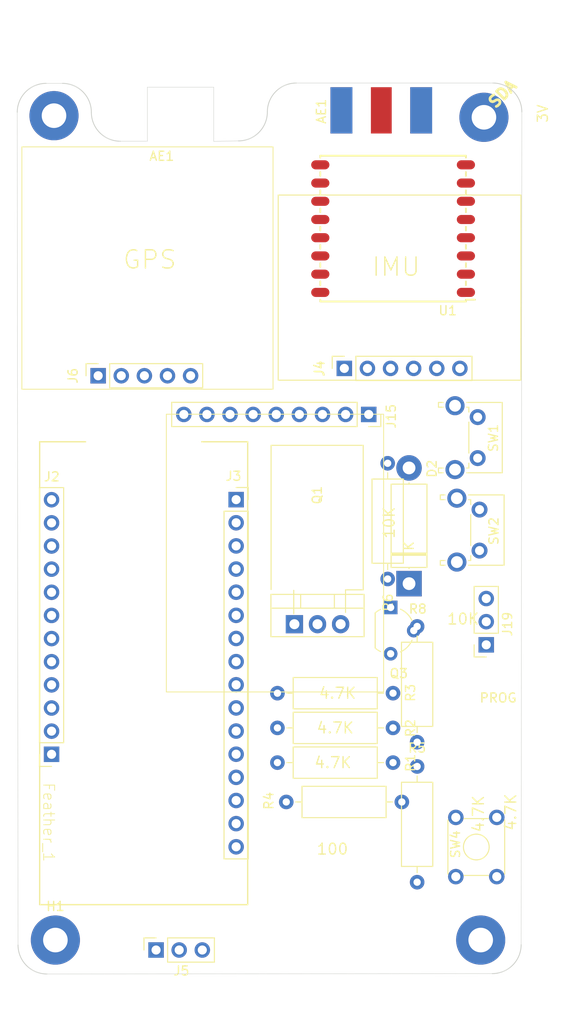
<source format=kicad_pcb>
(kicad_pcb (version 20211014) (generator pcbnew)
  (layers (0 "F.Cu" signal) (31 "B.Cu" signal) (34 "B.Paste" user) (35 "F.Paste" user) (36 "B.SilkS" user "B.Silkscreen") (37 "F.SilkS" user "F.Silkscreen") (38 "B.Mask" user) (39 "F.Mask" user) (44 "Edge.Cuts" user))
  (net 0 "")
  (net 1 "+3V3")
  (net 2 "GND")
  (net 3 "SDA")
  (net 4 "SCL")
  (net 5 "TX_D1")
  (net 6 "RX_D0")
  (net 7 "MISO")
  (net 8 "MOSI")
  (net 9 "SCK")
  (net 10 "A5")
  (net 11 "A4")
  (net 12 "A3")
  (net 13 "A2")
  (net 14 "A1")
  (net 15 "A0")
  (net 16 "AREF")
  (net 17 "~{RESET}")
  (net 18 "VBAT")
  (net 19 "VBUS")
  (net 20 "D13")
  (net 21 "D12")
  (net 22 "D11")
  (net 23 "D10")
  (net 24 "D9")
  (net 25 "EN")
  (net 26 "D5")
  (net 27 "D6")
  (net 28 "DW")
  (net 29 "POWER_1")
  (net 30 "Net-(J19-Pad2)")
  (net 31 "Net-(D2-Pad2)")
  (net 32 "Net-(Q3-Pad2)")
  (net 33 "VBAT_EXT")
  (net 35 "EMD")
  (net 36 "DISP")
  (net 37 "EIN")
  (footprint "MountingHole:MountingHole_2.7mm_M2.5_Pad" (layer "F.Cu") (at 45.3136 40.0812)
    (fp_text reference "H6" hide)
    (fp_text value "MountingHole_Pad")
    (pad "1" thru_hole circle locked (at 0 0) (size 5.4 5.4) (drill 2.7) (layers *.Cu *.Mask) (net 4 "SCL"))
  )
  (footprint "Button_Switch_THT:SW_TH_Tactile_Omron_B3F-10xx" (layer "F.Cu") (at 89.4694 123.5952 90)
    (fp_text reference "SW4" (at 3.55 -0.044 90) (layer "F.SilkS"))
    (fp_text value "SW_Push_Dual")
    (fp_line (start 0.28 -0.87) (end 6.22 -0.87) (layer "F.SilkS") (width 0.12))
    (fp_line (start 0.13 3.59) (end 0.13 0.91) (layer "F.SilkS") (width 0.12))
    (fp_line (start 6.37 0.91) (end 6.37 3.59) (layer "F.SilkS") (width 0.12))
    (fp_line (start 0.28 5.37) (end 6.22 5.37) (layer "F.SilkS") (width 0.12))
    (fp_circle (center 3.25 2.25) (end 4.25 3.25) (layer "F.SilkS") (width 0.12) (fill none))
    (pad "1" thru_hole circle locked (at 0 0 90) (size 1.7 1.7) (drill 1) (layers *.Cu *.Mask) (net 17 "~{RESET}"))
    (pad "2" thru_hole circle locked (at 6.5 0 90) (size 1.7 1.7) (drill 1) (layers *.Cu *.Mask) (net 17 "~{RESET}"))
    (pad "3" thru_hole circle locked (at 0 4.5 90) (size 1.7 1.7) (drill 1) (layers *.Cu *.Mask) (net 2 "GND"))
    (pad "4" thru_hole circle locked (at 6.5 4.5 90) (size 1.7 1.7) (drill 1) (layers *.Cu *.Mask) (net 2 "GND"))
  )
  (footprint "Connector_PinSocket_2.54mm:PinSocket_1x12_P2.54mm_Vertical" (layer "F.Cu") (at 45.0448 110.1698 180)
    (fp_text reference "J2" (at -0.027 30.463) (layer "F.SilkS"))
    (fp_text value "Conn_01x12_Female" hide)
    (fp_line (start 1.33 1.27) (end 1.33 29.27) (layer "F.SilkS") (width 0.12))
    (fp_line (start -1.33 29.27) (end 1.33 29.27) (layer "F.SilkS") (width 0.12))
    (fp_line (start 1.33 -1.33) (end 1.33 0) (layer "F.SilkS") (width 0.12))
    (fp_line (start 0 -1.33) (end 1.33 -1.33) (layer "F.SilkS") (width 0.12))
    (fp_line (start -1.33 1.27) (end 1.33 1.27) (layer "F.SilkS") (width 0.12))
    (fp_line (start -1.33 1.27) (end -1.33 29.27) (layer "F.SilkS") (width 0.12))
    (pad "1" thru_hole rect locked (at 0 0 180) (size 1.7 1.7) (drill 1) (layers *.Cu *.Mask) (net 18 "VBAT"))
    (pad "2" thru_hole oval locked (at 0 2.54 180) (size 1.7 1.7) (drill 1) (layers *.Cu *.Mask) (net 25 "EN"))
    (pad "3" thru_hole oval locked (at 0 5.08 180) (size 1.7 1.7) (drill 1) (layers *.Cu *.Mask) (net 19 "VBUS"))
    (pad "4" thru_hole oval locked (at 0 7.62 180) (size 1.7 1.7) (drill 1) (layers *.Cu *.Mask) (net 20 "D13"))
    (pad "5" thru_hole oval locked (at 0 10.16 180) (size 1.7 1.7) (drill 1) (layers *.Cu *.Mask) (net 21 "D12"))
    (pad "6" thru_hole oval locked (at 0 12.7 180) (size 1.7 1.7) (drill 1) (layers *.Cu *.Mask) (net 22 "D11"))
    (pad "7" thru_hole oval locked (at 0 15.24 180) (size 1.7 1.7) (drill 1) (layers *.Cu *.Mask) (net 23 "D10"))
    (pad "8" thru_hole oval locked (at 0 17.78 180) (size 1.7 1.7) (drill 1) (layers *.Cu *.Mask) (net 24 "D9"))
    (pad "9" thru_hole oval locked (at 0 20.32 180) (size 1.7 1.7) (drill 1) (layers *.Cu *.Mask) (net 27 "D6"))
    (pad "10" thru_hole oval locked (at 0 22.86 180) (size 1.7 1.7) (drill 1) (layers *.Cu *.Mask) (net 26 "D5"))
    (pad "11" thru_hole oval locked (at 0 25.4 180) (size 1.7 1.7) (drill 1) (layers *.Cu *.Mask) (net 4 "SCL"))
    (pad "12" thru_hole oval locked (at 0 27.94 180) (size 1.7 1.7) (drill 1) (layers *.Cu *.Mask) (net 3 "SDA"))
  )
  (footprint "Connector_PinSocket_2.54mm:PinSocket_1x16_P2.54mm_Vertical" (layer "F.Cu") (at 65.3288 82.2198)
    (fp_text reference "J3" (at -0.287 -2.573) (layer "F.SilkS"))
    (fp_text value "Conn_01x16_Female" hide)
    (fp_line (start -1.33 39.43) (end 1.33 39.43) (layer "F.SilkS") (width 0.12))
    (fp_line (start -1.33 1.27) (end 1.33 1.27) (layer "F.SilkS") (width 0.12))
    (fp_line (start 1.33 1.27) (end 1.33 39.43) (layer "F.SilkS") (width 0.12))
    (fp_line (start 0 -1.33) (end 1.33 -1.33) (layer "F.SilkS") (width 0.12))
    (fp_line (start -1.33 1.27) (end -1.33 39.43) (layer "F.SilkS") (width 0.12))
    (fp_line (start 1.33 -1.33) (end 1.33 0) (layer "F.SilkS") (width 0.12))
    (pad "1" thru_hole rect locked (at 0 0) (size 1.7 1.7) (drill 1) (layers *.Cu *.Mask) (net 28 "DW"))
    (pad "2" thru_hole oval locked (at 0 2.54) (size 1.7 1.7) (drill 1) (layers *.Cu *.Mask) (net 5 "TX_D1"))
    (pad "3" thru_hole oval locked (at 0 5.08) (size 1.7 1.7) (drill 1) (layers *.Cu *.Mask) (net 6 "RX_D0"))
    (pad "4" thru_hole oval locked (at 0 7.62) (size 1.7 1.7) (drill 1) (layers *.Cu *.Mask) (net 7 "MISO"))
    (pad "5" thru_hole oval locked (at 0 10.16) (size 1.7 1.7) (drill 1) (layers *.Cu *.Mask) (net 8 "MOSI"))
    (pad "6" thru_hole oval locked (at 0 12.7) (size 1.7 1.7) (drill 1) (layers *.Cu *.Mask) (net 9 "SCK"))
    (pad "7" thru_hole oval locked (at 0 15.24) (size 1.7 1.7) (drill 1) (layers *.Cu *.Mask) (net 10 "A5"))
    (pad "8" thru_hole oval locked (at 0 17.78) (size 1.7 1.7) (drill 1) (layers *.Cu *.Mask) (net 11 "A4"))
    (pad "9" thru_hole oval locked (at 0 20.32) (size 1.7 1.7) (drill 1) (layers *.Cu *.Mask) (net 12 "A3"))
    (pad "10" thru_hole oval locked (at 0 22.86) (size 1.7 1.7) (drill 1) (layers *.Cu *.Mask) (net 13 "A2"))
    (pad "11" thru_hole oval locked (at 0 25.4) (size 1.7 1.7) (drill 1) (layers *.Cu *.Mask) (net 14 "A1"))
    (pad "12" thru_hole oval locked (at 0 27.94) (size 1.7 1.7) (drill 1) (layers *.Cu *.Mask) (net 15 "A0"))
    (pad "13" thru_hole oval locked (at 0 30.48) (size 1.7 1.7) (drill 1) (layers *.Cu *.Mask) (net 2 "GND"))
    (pad "14" thru_hole oval locked (at 0 33.02) (size 1.7 1.7) (drill 1) (layers *.Cu *.Mask) (net 16 "AREF"))
    (pad "15" thru_hole oval locked (at 0 35.56) (size 1.7 1.7) (drill 1) (layers *.Cu *.Mask) (net 1 "+3V3"))
    (pad "16" thru_hole oval locked (at 0 38.1) (size 1.7 1.7) (drill 1) (layers *.Cu *.Mask) (net 17 "~{RESET}"))
  )
  (footprint "MountingHole:MountingHole_2.7mm_M2.5_Pad" (layer "F.Cu") (at 92.202 130.556)
    (fp_text reference "H2" hide)
    (fp_text value "MountingHole_Pad")
    (pad "1" thru_hole circle locked (at 0 0) (size 5.4 5.4) (drill 2.7) (layers *.Cu *.Mask) (net 1 "+3V3"))
  )
  (footprint "Connector_PinSocket_2.54mm:PinSocket_1x03_P2.54mm_Vertical" (layer "F.Cu") (at 92.812 98.156 180)
    (fp_text reference "J19" (at -2.33 2.28 270) (layer "F.SilkS"))
    (fp_text value "Conn_01x03_Female")
    (fp_line (start -1.33 6.41) (end 1.33 6.41) (layer "F.SilkS") (width 0.12))
    (fp_line (start -1.33 1.27) (end 1.33 1.27) (layer "F.SilkS") (width 0.12))
    (fp_line (start 1.33 -1.33) (end 1.33 0) (layer "F.SilkS") (width 0.12))
    (fp_line (start -1.33 1.27) (end -1.33 6.41) (layer "F.SilkS") (width 0.12))
    (fp_line (start 1.33 1.27) (end 1.33 6.41) (layer "F.SilkS") (width 0.12))
    (fp_line (start 0 -1.33) (end 1.33 -1.33) (layer "F.SilkS") (width 0.12))
    (pad "1" thru_hole rect locked (at 0 0 180) (size 1.7 1.7) (drill 1) (layers *.Cu *.Mask))
    (pad "2" thru_hole oval locked (at 0 2.54 180) (size 1.7 1.7) (drill 1) (layers *.Cu *.Mask) (net 30 "Net-(J19-Pad2)"))
    (pad "3" thru_hole oval locked (at 0 5.08 180) (size 1.7 1.7) (drill 1) (layers *.Cu *.Mask) (net 12 "A3"))
  )
  (footprint "Button_Switch_THT:SW_Tactile_SPST_Angled_PTS645Vx58-2LFS" (layer "F.Cu") (at 91.8705 73.163 -90)
    (fp_text reference "SW1" (at 2.3 -1.72 90) (layer "F.SilkS"))
    (fp_text value "SW_Push")
    (fp_line (start 6.11 -2.7) (end 6.11 1.2) (layer "F.SilkS") (width 0.12))
    (fp_line (start -1.09 3.8) (end -1.09 4.31) (layer "F.SilkS") (width 0.12))
    (fp_line (start 5.59 3.8) (end 5.59 4.31) (layer "F.SilkS") (width 0.12))
    (fp_line (start -1.61 -2.7) (end 6.11 -2.7) (layer "F.SilkS") (width 0.12))
    (fp_line (start 6.11 3.8) (end 6.11 4.31) (layer "F.SilkS") (width 0.12))
    (fp_line (start -1.61 4.31) (end -1.09 4.31) (layer "F.SilkS") (width 0.12))
    (fp_line (start -1.09 0.97) (end -0.55 0.97) (layer "F.SilkS") (width 0.12))
    (fp_line (start 5.05 0.97) (end 5.59 0.97) (layer "F.SilkS") (width 0.12))
    (fp_line (start 0.55 0.97) (end 3.95 0.97) (layer "F.SilkS") (width 0.12))
    (fp_line (start -1.61 3.8) (end -1.61 4.31) (layer "F.SilkS") (width 0.12))
    (fp_line (start 5.59 0.97) (end 5.59 1.2) (layer "F.SilkS") (width 0.12))
    (fp_line (start 5.59 4.31) (end 6.11 4.31) (layer "F.SilkS") (width 0.12))
    (fp_line (start -1.09 0.97) (end -1.09 1.2) (layer "F.SilkS") (width 0.12))
    (fp_line (start -1.61 -2.7) (end -1.61 1.2) (layer "F.SilkS") (width 0.12))
    (pad "" thru_hole circle locked (at -1.25 2.49 270) (size 2.1 2.1) (drill 1.3) (layers *.Cu *.Mask))
    (pad "" thru_hole circle locked (at 5.76 2.49 270) (size 2.1 2.1) (drill 1.3) (layers *.Cu *.Mask))
    (pad "1" thru_hole circle locked (at 0 0 270) (size 1.75 1.75) (drill 0.99) (layers *.Cu *.Mask) (net 11 "A4"))
    (pad "2" thru_hole circle locked (at 4.5 0 270) (size 1.75 1.75) (drill 0.99) (layers *.Cu *.Mask) (net 2 "GND"))
  )
  (footprint "Connector_PinSocket_2.54mm:PinSocket_1x03_P2.54mm_Vertical" (layer "F.Cu") (at 56.53 131.6486 90)
    (fp_text reference "J5" (at -2.286 2.794) (layer "F.SilkS"))
    (fp_text value "Conn_01x03_Female")
    (fp_line (start -1.33 1.27) (end 1.33 1.27) (layer "F.SilkS") (width 0.12))
    (fp_line (start 0 -1.33) (end 1.33 -1.33) (layer "F.SilkS") (width 0.12))
    (fp_line (start 1.33 1.27) (end 1.33 6.41) (layer "F.SilkS") (width 0.12))
    (fp_line (start 1.33 -1.33) (end 1.33 0) (layer "F.SilkS") (width 0.12))
    (fp_line (start -1.33 1.27) (end -1.33 6.41) (layer "F.SilkS") (width 0.12))
    (fp_line (start -1.33 6.41) (end 1.33 6.41) (layer "F.SilkS") (width 0.12))
    (pad "1" thru_hole rect locked (at 0 0 90) (size 1.7 1.7) (drill 1) (layers *.Cu *.Mask) (net 2 "GND"))
    (pad "2" thru_hole oval locked (at 0 2.54 90) (size 1.7 1.7) (drill 1) (layers *.Cu *.Mask) (net 18 "VBAT"))
    (pad "3" thru_hole oval locked (at 0 5.08 90) (size 1.7 1.7) (drill 1) (layers *.Cu *.Mask) (net 33 "VBAT_EXT"))
  )
  (footprint "Button_Switch_THT:SW_Tactile_SPST_Angled_PTS645Vx58-2LFS" (layer "F.Cu") (at 92.075 83.312 -90)
    (fp_text reference "SW2" (at 2.36 -1.57 90) (layer "F.SilkS"))
    (fp_text value "SW_Push")
    (fp_line (start -1.61 -2.7) (end 6.11 -2.7) (layer "F.SilkS") (width 0.12))
    (fp_line (start 5.05 0.97) (end 5.59 0.97) (layer "F.SilkS") (width 0.12))
    (fp_line (start -1.61 -2.7) (end -1.61 1.2) (layer "F.SilkS") (width 0.12))
    (fp_line (start 5.59 0.97) (end 5.59 1.2) (layer "F.SilkS") (width 0.12))
    (fp_line (start 6.11 3.8) (end 6.11 4.31) (layer "F.SilkS") (width 0.12))
    (fp_line (start -1.61 4.31) (end -1.09 4.31) (layer "F.SilkS") (width 0.12))
    (fp_line (start -1.61 3.8) (end -1.61 4.31) (layer "F.SilkS") (width 0.12))
    (fp_line (start -1.09 3.8) (end -1.09 4.31) (layer "F.SilkS") (width 0.12))
    (fp_line (start 5.59 4.31) (end 6.11 4.31) (layer "F.SilkS") (width 0.12))
    (fp_line (start -1.09 0.97) (end -1.09 1.2) (layer "F.SilkS") (width 0.12))
    (fp_line (start 0.55 0.97) (end 3.95 0.97) (layer "F.SilkS") (width 0.12))
    (fp_line (start 6.11 -2.7) (end 6.11 1.2) (layer "F.SilkS") (width 0.12))
    (fp_line (start -1.09 0.97) (end -0.55 0.97) (layer "F.SilkS") (width 0.12))
    (fp_line (start 5.59 3.8) (end 5.59 4.31) (layer "F.SilkS") (width 0.12))
    (pad "" thru_hole circle locked (at 5.76 2.49 270) (size 2.1 2.1) (drill 1.3) (layers *.Cu *.Mask))
    (pad "" thru_hole circle locked (at -1.25 2.49 270) (size 2.1 2.1) (drill 1.3) (layers *.Cu *.Mask))
    (pad "1" thru_hole circle locked (at 0 0 270) (size 1.75 1.75) (drill 0.99) (layers *.Cu *.Mask) (net 10 "A5"))
    (pad "2" thru_hole circle locked (at 4.5 0 270) (size 1.75 1.75) (drill 0.99) (layers *.Cu *.Mask) (net 2 "GND"))
  )
  (footprint "Resistor_THT:R_Axial_DIN0309_L9.0mm_D3.2mm_P12.70mm_Horizontal" (layer "F.Cu") (at 85.217 111.506 -90)
    (fp_text reference "R5" (at -2.032 0) (layer "F.SilkS"))
    (fp_text value "R")
    (fp_line (start 10.97 -1.72) (end 1.73 -1.72) (layer "F.SilkS") (width 0.12))
    (fp_line (start 1.73 -1.72) (end 1.73 1.72) (layer "F.SilkS") (width 0.12))
    (fp_line (start 1.04 0) (end 1.73 0) (layer "F.SilkS") (width 0.12))
    (fp_line (start 11.66 0) (end 10.97 0) (layer "F.SilkS") (width 0.12))
    (fp_line (start 1.73 1.72) (end 10.97 1.72) (layer "F.SilkS") (width 0.12))
    (fp_line (start 10.97 1.72) (end 10.97 -1.72) (layer "F.SilkS") (width 0.12))
    (pad "1" thru_hole circle locked (at 0 0 270) (size 1.6 1.6) (drill 0.8) (layers *.Cu *.Mask) (net 30 "Net-(J19-Pad2)"))
    (pad "2" thru_hole oval locked (at 12.7 0 270) (size 1.6 1.6) (drill 0.8) (layers *.Cu *.Mask) (net 2 "GND"))
  )
  (footprint "Package_TO_SOT_THT:TO-220-3_Vertical" (layer "F.Cu") (at 71.7296 95.8902)
    (fp_text reference "Q1" (at 2.5 -14.16 90) (layer "F.SilkS"))
    (fp_text value "Q_NMOS_GDS")
    (fp_line (start -2.58 -3.27) (end 7.66 -3.27) (layer "F.SilkS") (width 0.12))
    (fp_line (start 4.391 -3.27) (end 4.391 -1.76) (layer "F.SilkS") (width 0.12))
    (fp_line (start -2.58 1.371) (end 7.66 1.371) (layer "F.SilkS") (width 0.12))
    (fp_line (start -2.58 -3.27) (end -2.58 1.371) (layer "F.SilkS") (width 0.12))
    (fp_line (start 0.69 -3.27) (end 0.69 -1.76) (layer "F.SilkS") (width 0.12))
    (fp_line (start -2.58 -1.76) (end 7.66 -1.76) (layer "F.SilkS") (width 0.12))
    (fp_line (start 7.66 -3.27) (end 7.66 1.371) (layer "F.SilkS") (width 0.12))
    (pad "1" thru_hole rect locked (at 0 0) (size 1.905 2) (drill 1.1) (layers *.Cu *.Mask) (net 24 "D9"))
    (pad "2" thru_hole oval locked (at 2.54 0) (size 1.905 2) (drill 1.1) (layers *.Cu *.Mask) (net 29 "POWER_1"))
    (pad "3" thru_hole oval locked (at 5.08 0) (size 1.905 2) (drill 1.1) (layers *.Cu *.Mask) (net 2 "GND"))
  )
  (footprint "MountingHole:MountingHole_2.7mm_M2.5_Pad" (layer "F.Cu") (at 92.3976 40.239)
    (fp_text reference "H5" hide)
    (fp_text value "MountingHole_Pad")
    (pad "1" thru_hole circle locked (at 0.16 0.02) (size 5.4 5.4) (drill 2.7) (layers *.Cu *.Mask) (net 3 "SDA"))
  )
  (footprint "Resistor_THT:R_Axial_DIN0309_L9.0mm_D3.2mm_P12.70mm_Horizontal" (layer "F.Cu") (at 82.5656 111.0822 180)
    (fp_text reference "R1" (at -1.92 -0.03 90) (layer "F.SilkS"))
    (fp_text value "4.7K")
    (fp_line (start 1.04 0) (end 1.73 0) (layer "F.SilkS") (width 0.12))
    (fp_line (start 11.66 0) (end 10.97 0) (layer "F.SilkS") (width 0.12))
    (fp_line (start 10.97 -1.72) (end 1.73 -1.72) (layer "F.SilkS") (width 0.12))
    (fp_line (start 1.73 -1.72) (end 1.73 1.72) (layer "F.SilkS") (width 0.12))
    (fp_line (start 10.97 1.72) (end 10.97 -1.72) (layer "F.SilkS") (width 0.12))
    (fp_line (start 1.73 1.72) (end 10.97 1.72) (layer "F.SilkS") (width 0.12))
    (pad "1" thru_hole circle locked (at 0 0 180) (size 1.6 1.6) (drill 0.8) (layers *.Cu *.Mask) (net 1 "+3V3"))
    (pad "2" thru_hole oval locked (at 12.7 0 180) (size 1.6 1.6) (drill 0.8) (layers *.Cu *.Mask) (net 3 "SDA"))
  )
  (footprint "Resistor_THT:R_Axial_DIN0309_L9.0mm_D3.2mm_P12.70mm_Horizontal" (layer "F.Cu") (at 82.5656 107.2722 180)
    (fp_text reference "R2" (at -1.92 -0.03 90) (layer "F.SilkS"))
    (fp_text value "4.7K")
    (fp_line (start 1.73 1.72) (end 10.97 1.72) (layer "F.SilkS") (width 0.12))
    (fp_line (start 11.66 0) (end 10.97 0) (layer "F.SilkS") (width 0.12))
    (fp_line (start 10.97 -1.72) (end 1.73 -1.72) (layer "F.SilkS") (width 0.12))
    (fp_line (start 10.97 1.72) (end 10.97 -1.72) (layer "F.SilkS") (width 0.12))
    (fp_line (start 1.73 -1.72) (end 1.73 1.72) (layer "F.SilkS") (width 0.12))
    (fp_line (start 1.04 0) (end 1.73 0) (layer "F.SilkS") (width 0.12))
    (pad "1" thru_hole circle locked (at 0 0 180) (size 1.6 1.6) (drill 0.8) (layers *.Cu *.Mask) (net 1 "+3V3"))
    (pad "2" thru_hole oval locked (at 12.7 0 180) (size 1.6 1.6) (drill 0.8) (layers *.Cu *.Mask) (net 4 "SCL"))
  )
  (footprint "Resistor_THT:R_Axial_DIN0309_L9.0mm_D3.2mm_P12.70mm_Horizontal" (layer "F.Cu") (at 82.5656 103.4622 180)
    (fp_text reference "R3" (at -1.92 0.04 90) (layer "F.SilkS"))
    (fp_text value "4.7K")
    (fp_line (start 10.97 1.72) (end 10.97 -1.72) (layer "F.SilkS") (width 0.12))
    (fp_line (start 1.73 1.72) (end 10.97 1.72) (layer "F.SilkS") (width 0.12))
    (fp_line (start 11.66 0) (end 10.97 0) (layer "F.SilkS") (width 0.12))
    (fp_line (start 10.97 -1.72) (end 1.73 -1.72) (layer "F.SilkS") (width 0.12))
    (fp_line (start 1.04 0) (end 1.73 0) (layer "F.SilkS") (width 0.12))
    (fp_line (start 1.73 -1.72) (end 1.73 1.72) (layer "F.SilkS") (width 0.12))
    (pad "1" thru_hole circle locked (at 0 0 180) (size 1.6 1.6) (drill 0.8) (layers *.Cu *.Mask) (net 1 "+3V3"))
    (pad "2" thru_hole oval locked (at 12.7 0 180) (size 1.6 1.6) (drill 0.8) (layers *.Cu *.Mask) (net 10 "A5"))
  )
  (footprint "Resistor_THT:R_Axial_DIN0309_L9.0mm_D3.2mm_P12.70mm_Horizontal" (layer "F.Cu") (at 70.8366 115.4002)
    (fp_text reference "R4" (at -1.92 -0.13 90) (layer "F.SilkS"))
    (fp_text value "4.7K")
    (fp_line (start 1.04 0) (end 1.73 0) (layer "F.SilkS") (width 0.12))
    (fp_line (start 10.97 1.72) (end 10.97 -1.72) (layer "F.SilkS") (width 0.12))
    (fp_line (start 10.97 -1.72) (end 1.73 -1.72) (layer "F.SilkS") (width 0.12))
    (fp_line (start 1.73 -1.72) (end 1.73 1.72) (layer "F.SilkS") (width 0.12))
    (fp_line (start 1.73 1.72) (end 10.97 1.72) (layer "F.SilkS") (width 0.12))
    (fp_line (start 11.66 0) (end 10.97 0) (layer "F.SilkS") (width 0.12))
    (pad "1" thru_hole circle locked (at 0 0) (size 1.6 1.6) (drill 0.8) (layers *.Cu *.Mask) (net 1 "+3V3"))
    (pad "2" thru_hole oval locked (at 12.7 0) (size 1.6 1.6) (drill 0.8) (layers *.Cu *.Mask) (net 11 "A4"))
  )
  (footprint "Resistor_THT:R_Axial_DIN0309_L9.0mm_D3.2mm_P12.70mm_Horizontal" (layer "F.Cu") (at 81.9796 90.9302 90)
    (fp_text reference "R6" (at -2.58 0.05 90) (layer "F.SilkS"))
    (fp_text value "10K")
    (fp_line (start 1.04 0) (end 1.73 0) (layer "F.SilkS") (width 0.12))
    (fp_line (start 10.97 1.72) (end 10.97 -1.72) (layer "F.SilkS") (width 0.12))
    (fp_line (start 1.73 1.72) (end 10.97 1.72) (layer "F.SilkS") (width 0.12))
    (fp_line (start 1.73 -1.72) (end 1.73 1.72) (layer "F.SilkS") (width 0.12))
    (fp_line (start 10.97 -1.72) (end 1.73 -1.72) (layer "F.SilkS") (width 0.12))
    (fp_line (start 11.66 0) (end 10.97 0) (layer "F.SilkS") (width 0.12))
    (pad "1" thru_hole circle locked (at 0 0 90) (size 1.6 1.6) (drill 0.8) (layers *.Cu *.Mask) (net 24 "D9"))
    (pad "2" thru_hole oval locked (at 12.7 0 90) (size 1.6 1.6) (drill 0.8) (layers *.Cu *.Mask) (net 2 "GND"))
  )
  (footprint "Connector_PinSocket_2.54mm:PinSocket_1x09_P2.54mm_Vertical" (layer "F.Cu") (at 79.897 72.8722 -90)
    (fp_text reference "J15" (at 0.195 -2.465 90) (layer "F.SilkS"))
    (fp_text value "Conn_01x09_Female" hide)
    (fp_line (start 1.33 -1.33) (end 1.33 0) (layer "F.SilkS") (width 0.12))
    (fp_line (start -1.33 21.65) (end 1.33 21.65) (layer "F.SilkS") (width 0.12))
    (fp_line (start -1.33 1.27) (end -1.33 21.65) (layer "F.SilkS") (width 0.12))
    (fp_line (start -1.33 1.27) (end 1.33 1.27) (layer "F.SilkS") (width 0.12))
    (fp_line (start 0 -1.33) (end 1.33 -1.33) (layer "F.SilkS") (width 0.12))
    (fp_line (start 1.33 1.27) (end 1.33 21.65) (layer "F.SilkS") (width 0.12))
    (pad "1" thru_hole rect locked (at 0 0 270) (size 1.7 1.7) (drill 1) (layers *.Cu *.Mask) (net 1 "+3V3"))
    (pad "2" thru_hole oval locked (at 0 2.54 270) (size 1.7 1.7) (drill 1) (layers *.Cu *.Mask))
    (pad "3" thru_hole oval locked (at 0 5.08 270) (size 1.7 1.7) (drill 1) (layers *.Cu *.Mask) (net 2 "GND"))
    (pad "4" thru_hole oval locked (at 0 7.62 270) (size 1.7 1.7) (drill 1) (layers *.Cu *.Mask) (net 9 "SCK"))
    (pad "5" thru_hole oval locked (at 0 10.16 270) (size 1.7 1.7) (drill 1) (layers *.Cu *.Mask) (net 8 "MOSI"))
    (pad "6" thru_hole oval locked (at 0 12.7 270) (size 1.7 1.7) (drill 1) (layers *.Cu *.Mask) (net 26 "D5"))
    (pad "7" thru_hole oval locked (at 0 15.24 270) (size 1.7 1.7) (drill 1) (layers *.Cu *.Mask) (net 35 "EMD"))
    (pad "8" thru_hole oval locked (at 0 17.78 270) (size 1.7 1.7) (drill 1) (layers *.Cu *.Mask) (net 36 "DISP"))
    (pad "9" thru_hole oval locked (at 0 20.32 270) (size 1.7 1.7) (drill 1) (layers *.Cu *.Mask) (net 37 "EIN"))
  )
  (footprint "Package_TO_SOT_THT:TO-92L_Wide" (layer "F.Cu") (at 82.3056 94.0542 -90)
    (fp_text reference "Q3" (at 7.25 -0.89) (layer "F.SilkS"))
    (fp_text value "Q_NPN_EBC")
    (fp_line (start 0.6 1.7) (end 4.45 1.7) (layer "F.SilkS") (width 0.12))
    (fp_arc (start 0.192226 -1.094786) (mid 0.710119 -1.833613) (end 1.45 -2.35) (layer "F.SilkS") (width 0.12))
    (fp_arc (start 3.6 -2.35) (mid 4.351408 -1.834367) (end 4.876463 -1.089513) (layer "F.SilkS") (width 0.12))
    (fp_arc (start 0.6 1.7) (mid 0.389183 1.423933) (end 0.217369 1.122045) (layer "F.SilkS") (width 0.12))
    (fp_arc (start 4.842383 1.112264) (mid 4.666594 1.419753) (end 4.45 1.7) (layer "F.SilkS") (width 0.12))
    (pad "1" thru_hole rect locked (at 0 0) (size 1.5 1.5) (drill 0.8) (layers *.Cu *.Mask) (net 2 "GND"))
    (pad "2" thru_hole circle locked (at 2.54 -2.54) (size 1.5 1.5) (drill 0.8) (layers *.Cu *.Mask) (net 32 "Net-(Q3-Pad2)"))
    (pad "3" thru_hole circle locked (at 5.08 0) (size 1.5 1.5) (drill 0.8) (layers *.Cu *.Mask) (net 31 "Net-(D2-Pad2)"))
  )
  (footprint "Resistor_THT:R_Axial_DIN0309_L9.0mm_D3.2mm_P12.70mm_Horizontal" (layer "F.Cu") (at 85.217 96.139 -90)
    (fp_text reference "R8" (at -1.92 -0.07) (layer "F.SilkS"))
    (fp_text value "R")
    (fp_line (start 11.66 0) (end 10.97 0) (layer "F.SilkS") (width 0.12))
    (fp_line (start 1.04 0) (end 1.73 0) (layer "F.SilkS") (width 0.12))
    (fp_line (start 10.97 -1.72) (end 1.73 -1.72) (layer "F.SilkS") (width 0.12))
    (fp_line (start 1.73 -1.72) (end 1.73 1.72) (layer "F.SilkS") (width 0.12))
    (fp_line (start 1.73 1.72) (end 10.97 1.72) (layer "F.SilkS") (width 0.12))
    (fp_line (start 10.97 1.72) (end 10.97 -1.72) (layer "F.SilkS") (width 0.12))
    (pad "1" thru_hole circle locked (at 0 0 270) (size 1.6 1.6) (drill 0.8) (layers *.Cu *.Mask) (net 32 "Net-(Q3-Pad2)"))
    (pad "2" thru_hole oval locked (at 12.7 0 270) (size 1.6 1.6) (drill 0.8) (layers *.Cu *.Mask) (net 15 "A0"))
  )
  (footprint "Diode_THT:D_5W_P12.70mm_Horizontal" (layer "F.Cu") (at 84.328 91.44 90)
    (fp_text reference "D2" (at 12.61 2.52 90) (layer "F.SilkS"))
    (fp_text value "DIODE")
    (fp_text user "K" (at 4.13 0 90) (layer "F.SilkS"))
    (fp_line (start 1.78 1.97) (end 10.92 1.97) (layer "F.SilkS") (width 0.12))
    (fp_line (start 1.78 -1.97) (end 1.78 1.97) (layer "F.SilkS") (width 0.12))
    (fp_line (start 3.115 -1.97) (end 3.115 1.97) (layer "F.SilkS") (width 0.12))
    (fp_line (start 11.06 0) (end 10.92 0) (layer "F.SilkS") (width 0.12))
    (fp_line (start 10.92 -1.97) (end 1.78 -1.97) (layer "F.SilkS") (width 0.12))
    (fp_line (start 10.92 1.97) (end 10.92 -1.97) (layer "F.SilkS") (width 0.12))
    (fp_line (start 3.355 -1.97) (end 3.355 1.97) (layer "F.SilkS") (width 0.12))
    (fp_line (start 3.235 -1.97) (end 3.235 1.97) (layer "F.SilkS") (width 0.12))
    (fp_line (start 1.64 0) (end 1.78 0) (layer "F.SilkS") (width 0.12))
    (pad "1" thru_hole rect locked (at 0 0 90) (size 2.8 2.8) (drill 1.4) (layers *.Cu *.Mask) (net 1 "+3V3"))
    (pad "2" thru_hole oval locked (at 12.7 0 90) (size 2.8 2.8) (drill 1.4) (layers *.Cu *.Mask) (net 31 "Net-(D2-Pad2)"))
  )
  (footprint "footprints:RFM95" (layer "F.Cu") (at 90.5762 59.4764 180)
    (fp_text reference "U1" (at 2 -2) (layer "F.SilkS"))
    (fp_text value "RFM95HW")
    (fp_line (start 16 4.8) (end 16 5.2) (layer "F.SilkS") (width 0.2))
    (fp_line (start 0 6.8) (end 0 7.2) (layer "F.SilkS") (width 0.2))
    (fp_line (start 0 8.8) (end 0 9.2) (layer "F.SilkS") (width 0.2))
    (fp_line (start 16 8.8) (end 16 9.2) (layer "F.SilkS") (width 0.2))
    (fp_line (start 16 2.8) (end 16 3.2) (layer "F.SilkS") (width 0.2))
    (fp_line (start 16 14.8) (end 16 15) (layer "F.SilkS") (width 0.2))
    (fp_line (start 0 12.8) (end 0 13.2) (layer "F.SilkS") (width 0.2))
    (fp_line (start 0 -0.8) (end 0 -1) (layer "F.SilkS") (width 0.2))
    (fp_line (start 16 0.8) (end 16 1.2) (layer "F.SilkS") (width 0.2))
    (fp_line (start 0 4.8) (end 0 5.2) (layer "F.SilkS") (width 0.2))
    (fp_line (start 16 15) (end 0 15) (layer "F.SilkS") (width 0.2))
    (fp_line (start 0 15) (end 0 14.8) (layer "F.SilkS") (width 0.2))
    (fp_line (start 0 1.2) (end 0 0.8) (layer "F.SilkS") (width 0.2))
    (fp_line (start 0 10.8) (end 0 11.2) (layer "F.SilkS") (width 0.2))
    (fp_line (start 16 12.8) (end 16 13.2) (layer "F.SilkS") (width 0.2))
    (fp_line (start 16 10.8) (end 16 11.2) (layer "F.SilkS") (width 0.2))
    (fp_line (start 16 -1) (end 16 -0.8) (layer "F.SilkS") (width 0.2))
    (fp_line (start 16 6.8) (end 16 7.2) (layer "F.SilkS") (width 0.2))
    (fp_line (start 0 3.2) (end 0 2.8) (layer "F.SilkS") (width 0.2))
    (fp_line (start 0 -1) (end 16 -1) (layer "F.SilkS") (width 0.2))
    (fp_line (start -1 -0.8) (end 0 -0.8) (layer "F.SilkS") (width 0.2))
    (pad "1" smd oval locked (at 0 0 180) (size 2 1) (layers "F.Cu" "F.Paste" "F.Mask"))
    (pad "2" smd oval locked (at 0 2 180) (size 2 1) (layers "F.Cu" "F.Paste" "F.Mask"))
    (pad "3" smd oval locked (at 0 4 180) (size 2 1) (layers "F.Cu" "F.Paste" "F.Mask"))
    (pad "4" smd oval locked (at 0 6 180) (size 2 1) (layers "F.Cu" "F.Paste" "F.Mask"))
    (pad "5" smd oval locked (at 0 8 180) (size 2 1) (layers "F.Cu" "F.Paste" "F.Mask"))
    (pad "6" smd oval locked (at 0 10 180) (size 2 1) (layers "F.Cu" "F.Paste" "F.Mask"))
    (pad "7" smd oval locked (at 0 12 180) (size 2 1) (layers "F.Cu" "F.Paste" "F.Mask"))
    (pad "8" smd oval locked (at 0 14 180) (size 2 1) (layers "F.Cu" "F.Paste" "F.Mask"))
    (pad "9" smd oval locked (at 16 14 180) (size 2 1) (layers "F.Cu" "F.Paste" "F.Mask"))
    (pad "10" smd oval locked (at 16 12 180) (size 2 1) (layers "F.Cu" "F.Paste" "F.Mask"))
    (pad "11" smd oval locked (at 16 10 180) (size 2 1) (layers "F.Cu" "F.Paste" "F.Mask"))
    (pad "12" smd oval locked (at 16 8 180) (size 2 1) (layers "F.Cu" "F.Paste" "F.Mask"))
    (pad "13" smd oval locked (at 16 6 180) (size 2 1) (layers "F.Cu" "F.Paste" "F.Mask"))
    (pad "14" smd oval locked (at 16 4 180) (size 2 1) (layers "F.Cu" "F.Paste" "F.Mask"))
    (pad "15" smd oval locked (at 16 2 180) (size 2 1) (layers "F.Cu" "F.Paste" "F.Mask"))
    (pad "16" smd oval locked (at 16 0 180) (size 2 1) (layers "F.Cu" "F.Paste" "F.Mask"))
  )
  (footprint "Connector_PinSocket_2.54mm:PinSocket_1x05_P2.54mm_Vertical" (layer "F.Cu") (at 50.165 68.625 90)
    (fp_text reference "J6" (at 0 -2.77 90) (layer "F.SilkS"))
    (fp_text value "Conn_01x05_Female" hide)
    (fp_line (start -1.33 1.27) (end 1.33 1.27) (layer "F.SilkS") (width 0.12))
    (fp_line (start -1.33 11.49) (end 1.33 11.49) (layer "F.SilkS") (width 0.12))
    (fp_line (start 1.33 -1.33) (end 1.33 0) (layer "F.SilkS") (width 0.12))
    (fp_line (start 1.33 1.27) (end 1.33 11.49) (layer "F.SilkS") (width 0.12))
    (fp_line (start 0 -1.33) (end 1.33 -1.33) (layer "F.SilkS") (width 0.12))
    (fp_line (start -1.33 1.27) (end -1.33 11.49) (layer "F.SilkS") (width 0.12))
    (pad "1" thru_hole rect locked (at 0 0 90) (size 1.7 1.7) (drill 1) (layers *.Cu *.Mask))
    (pad "2" thru_hole oval locked (at 0 2.54 90) (size 1.7 1.7) (drill 1) (layers *.Cu *.Mask) (net 6 "RX_D0"))
    (pad "3" thru_hole oval locked (at 0 5.08 90) (size 1.7 1.7) (drill 1) (layers *.Cu *.Mask) (net 5 "TX_D1"))
    (pad "4" thru_hole oval locked (at 0 7.62 90) (size 1.7 1.7) (drill 1) (layers *.Cu *.Mask) (net 29 "POWER_1"))
    (pad "5" thru_hole oval locked (at 0 10.16 90) (size 1.7 1.7) (drill 1) (layers *.Cu *.Mask) (net 1 "+3V3"))
  )
  (footprint "Connector_PinSocket_2.54mm:PinSocket_1x06_P2.54mm_Vertical" (layer "F.Cu") (at 77.216 67.818 90)
    (fp_text reference "J4" (at 0 -2.77 90) (layer "F.SilkS"))
    (fp_text value "Conn_01x06_Female")
    (fp_text user "${REFERENCE}" (at -0.025 -2.692 90) (layer "F.SilkS"))
    (fp_line (start -1.33 14.03) (end 1.33 14.03) (layer "F.SilkS") (width 0.12))
    (fp_line (start -1.33 1.27) (end -1.33 14.03) (layer "F.SilkS") (width 0.12))
    (fp_line (start -1.33 1.27) (end 1.33 1.27) (layer "F.SilkS") (width 0.12))
    (fp_line (start 1.33 -1.33) (end 1.33 0) (layer "F.SilkS") (width 0.12))
    (fp_line (start 0 -1.33) (end 1.33 -1.33) (layer "F.SilkS") (width 0.12))
    (fp_line (start 1.33 1.27) (end 1.33 14.03) (layer "F.SilkS") (width 0.12))
    (pad "1" thru_hole rect locked (at 0 0 90) (size 1.7 1.7) (drill 1) (layers *.Cu *.Mask) (net 1 "+3V3"))
    (pad "2" thru_hole oval locked (at 0 2.54 90) (size 1.7 1.7) (drill 1) (layers *.Cu *.Mask))
    (pad "3" thru_hole oval locked (at 0 5.08 90) (size 1.7 1.7) (drill 1) (layers *.Cu *.Mask) (net 2 "GND"))
    (pad "4" thru_hole oval locked (at 0 7.62 90) (size 1.7 1.7) (drill 1) (layers *.Cu *.Mask) (net 4 "SCL"))
    (pad "5" thru_hole oval locked (at 0 10.16 90) (size 1.7 1.7) (drill 1) (layers *.Cu *.Mask) (net 3 "SDA"))
    (pad "6" thru_hole oval locked (at 0 12.7 90) (size 1.7 1.7) (drill 1) (layers *.Cu *.Mask))
  )
  (footprint "digikey-footprints:RF_SMA_BoardEdge_142-0701-801" (layer "F.Cu") (at 81.28 36.9563)
    (fp_text reference "AE1" (at -6.59 2.65 90) (layer "F.SilkS"))
    (fp_text value "Antenna_Shield")
    (fp_text user "${REFERENCE}" (at -24.122864 7.567664) (layer "F.SilkS"))
    (pad "1" smd rect locked (at 0 2.54) (size 2.286 5.08) (layers "F.Cu" "F.Paste" "F.Mask"))
    (pad "2" smd rect locked (at -4.3815 2.54) (size 2.413 5.08) (layers "F.Cu" "F.Paste" "F.Mask"))
    (pad "2" smd rect locked (at 4.3815 2.54) (size 2.413 5.08) (layers "F.Cu" "F.Paste" "F.Mask"))
    (pad "2" smd rect locked (at -4.3815 2.54) (size 2.413 5.08) (layers "B.Cu" "B.Paste" "B.Mask"))
    (pad "2" smd rect locked (at 4.3815 2.54) (size 2.413 5.08) (layers "B.Cu" "B.Paste" "B.Mask"))
  )
  (footprint "MountingHole:MountingHole_2.7mm_M2.5_Pad" (layer "F.Cu") (at 45.466 130.556)
    (fp_text reference "H1" (at 0 -3.7) (layer "F.SilkS"))
    (fp_text value "MountingHole_Pad")
    (pad "1" thru_hole circle locked (at 0 0) (size 5.4 5.4) (drill 2.7) (layers *.Cu *.Mask))
  )
  (gr_line (start 43.7388 126.6698) (end 43.7388 75.8748) (layer "F.SilkS") (width 0.15))
  (gr_line (start 43.7388 126.6698) (end 66.5988 126.6698) (layer "F.SilkS") (width 0.15))
  (gr_line (start 66.5988 126.6698) (end 66.5988 75.8698) (layer "F.SilkS") (width 0.15))
  (gr_line (start 43.7318 75.8698) (end 48.7818 75.8698) (layer "F.SilkS") (width 0.15))
  (gr_line (start 61.5488 75.8698) (end 66.5988 75.8698) (layer "F.SilkS") (width 0.15))
  (gr_line (start 69.1696 76.2602) (end 79.2896 76.2602) (layer "F.SilkS") (width 0.12))
  (gr_line (start 79.2896 92.1202) (end 77.3496 92.1202) (layer "F.SilkS") (width 0.12))
  (gr_line (start 71.6596 94.7502) (end 71.6596 92.1702) (layer "F.SilkS") (width 0.12))
  (gr_line (start 79.2896 76.2602) (end 79.2896 92.1202) (layer "F.SilkS") (width 0.12))
  (gr_rect (start 57.658 72.8472) (end 81.534 103.3272) (layer "F.SilkS") (width 0.1) (fill none))
  (gr_line (start 69.1696 92.0902) (end 69.1696 76.2602) (layer "F.SilkS") (width 0.12))
  (gr_rect (start 69.952 69.113) (end 96.622 48.793) (layer "F.SilkS") (width 0.12) (fill none))
  (gr_rect (start 41.783 43.504) (end 69.383 70.104) (layer "F.SilkS") (width 0.1) (fill none))
  (gr_line (start 77.3496 92.1202) (end 77.3496 94.6002) (layer "F.SilkS") (width 0.12))
  (gr_arc (start 93.5482 36.499801) (mid 95.793264 37.429737) (end 96.7232 39.674801) (layer "Edge.Cuts") (width 0.1))
  (gr_line (start 62.865 36.957) (end 62.865 42.9006) (layer "Edge.Cuts") (width 0.05))
  (gr_line (start 62.865 36.957) (end 55.5752 36.957) (layer "Edge.Cuts") (width 0.05))
  (gr_arc (start 96.647 131.064) (mid 95.717064 133.309064) (end 93.472 134.239) (layer "Edge.Cuts") (width 0.1))
  (gr_arc (start 52.593536 42.885064) (mid 50.348472 41.955128) (end 49.418536 39.710064) (layer "Edge.Cuts") (width 0.1))
  (gr_arc (start 41.275 39.710064) (mid 42.204936 37.465) (end 44.45 36.535064) (layer "Edge.Cuts") (width 0.1))
  (gr_line (start 71.9328 36.4998) (end 93.5482 36.499801) (layer "Edge.Cuts") (width 0.05))
  (gr_arc (start 44.536064 134.279936) (mid 42.291 133.35) (end 41.361064 131.104936) (layer "Edge.Cuts") (width 0.1))
  (gr_line (start 52.593536 42.885064) (end 55.5752 42.885064) (layer "Edge.Cuts") (width 0.05))
  (gr_line (start 44.45 36.535064) (end 46.2534 36.535064) (layer "Edge.Cuts") (width 0.05))
  (gr_arc (start 46.2534 36.535064) (mid 48.492088 37.468483) (end 49.418536 39.710064) (layer "Edge.Cuts") (width 0.1))
  (gr_line (start 41.361064 131.104936) (end 41.275 39.710064) (layer "Edge.Cuts") (width 0.05))
  (gr_line (start 55.5752 42.885064) (end 55.5752 36.957) (layer "Edge.Cuts") (width 0.05))
  (gr_arc (start 68.7578 39.6748) (mid 69.687736 37.429736) (end 71.9328 36.4998) (layer "Edge.Cuts") (width 0.1))
  (gr_line (start 96.7232 39.674801) (end 96.647 131.064) (layer "Edge.Cuts") (width 0.05))
  (gr_line (start 62.865 42.9006) (end 65.5828 42.8498) (layer "Edge.Cuts") (width 0.05))
  (gr_arc (start 68.7578 39.6748) (mid 67.827864 41.919864) (end 65.5828 42.8498) (layer "Edge.Cuts") (width 0.1))
  (gr_line (start 44.536064 134.279936) (end 93.472 134.239) (layer "Edge.Cuts") (width 0.05))
  (gr_text "Feather_1" (at 44.7318 117.6368 270) (layer "F.SilkS") (effects (font (size 1.2 1.2) (thickness 0.1))))
  (gr_text "3V" (at 99.024684 39.851 90) (layer "F.SilkS") (effects (font (size 1.1 1.1))))
  (gr_text "4.7K" (at 76.2156 107.2722) (layer "F.SilkS") (effects (font (size 1.2 1.2))))
  (gr_text "4.7K" (at 76.4696 103.4622) (layer "F.SilkS") (effects (font (size 1.2 1.2))))
  (gr_text "4.7K" (at 91.948 116.713 90) (layer "F.SilkS") (effects (font (size 1.2 1.2))))
  (gr_text "4.7K" (at 75.9616 111.0822) (layer "F.SilkS") (effects (font (size 1.2 1.2))))
  (gr_text "4.7K" (at 95.504 116.525 90) (layer "F.SilkS") (effects (font (size 1.2 1.2))))
  (gr_text "SDA" (at 94.601 37.691 45) (layer "F.SilkS") (effects (font (size 1.2 1.2) (thickness 0.3))))
  (gr_text "PROG" (at 94.121 103.978) (layer "F.SilkS") (effects (font (size 1 1))))
  (gr_text "100" (at 75.9166 120.5692) (layer "F.SilkS") (effects (font (size 1.2 1.2))))
  (gr_text "10K" (at 90.2655 95.32) (layer "F.SilkS") (effects (font (size 1.2 1.2))))
  (gr_text "10K" (at 82.1396 84.7502 90) (layer "F.SilkS") (effects (font (size 1.2 1.2))))
  (gr_text "GPS" (at 55.837 55.88) (layer "F.SilkS") (effects (font (size 2 2))))
  (gr_text "IMU" (at 82.906 56.667) (layer "F.SilkS") (effects (font (size 2 2))))
)
</source>
